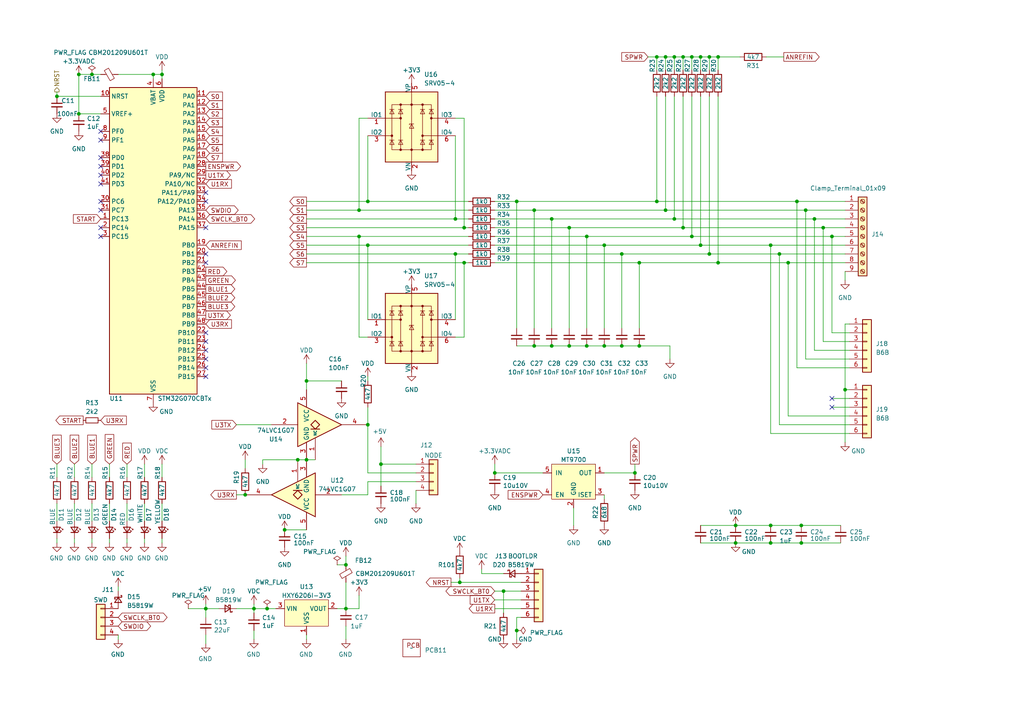
<source format=kicad_sch>
(kicad_sch (version 20231120) (generator "eeschema") (generator_version "8.0")
  (paper "A4")
  (title_block (title "TEMP8_STM32") (date "2023-09-26") (rev "0.91") (company "Public Domain") (comment 1 "Layout:TJP") (comment 2 "Drawing: TJP") (comment 3 "Design:TJP"))
  (junction (at 71.12 143.51))
  (junction (at 175.26 100.33))
  (junction (at 226.06 73.66))
  (junction (at 22.86 21.59))
  (junction (at 134.62 66.04))
  (junction (at 106.68 71.12))
  (junction (at 200.66 68.58))
  (junction (at 232.41 157.48))
  (junction (at 241.3 68.58))
  (junction (at 205.74 16.51))
  (junction (at 149.86 58.42))
  (junction (at 110.49 134.62))
  (junction (at 77.47 176.53))
  (junction (at 100.33 163.83))
  (junction (at 208.28 16.51))
  (junction (at 146.05 171.45))
  (junction (at 132.08 63.5))
  (junction (at 82.55 153.67))
  (junction (at 195.58 16.51))
  (junction (at 133.35 168.91))
  (junction (at 200.66 16.51))
  (junction (at 203.2 71.12))
  (junction (at 175.26 71.12))
  (junction (at 16.51 27.94))
  (junction (at 185.42 76.2))
  (junction (at 165.1 100.33))
  (junction (at 106.68 58.42))
  (junction (at 223.52 157.48))
  (junction (at 170.18 68.58))
  (junction (at 198.12 16.51))
  (junction (at 232.41 152.4))
  (junction (at 190.5 16.51))
  (junction (at 213.36 152.4))
  (junction (at 223.52 71.12))
  (junction (at 190.5 58.42))
  (junction (at 233.68 60.96))
  (junction (at 100.33 176.53))
  (junction (at 195.58 63.5))
  (junction (at 160.02 63.5))
  (junction (at 104.14 68.58))
  (junction (at 165.1 66.04))
  (junction (at 44.45 21.59))
  (junction (at 106.68 123.19))
  (junction (at 193.04 60.96))
  (junction (at 143.51 137.16))
  (junction (at 184.15 137.16))
  (junction (at 134.62 76.2))
  (junction (at 236.22 63.5))
  (junction (at 73.66 176.53))
  (junction (at 238.76 66.04))
  (junction (at 193.04 16.51))
  (junction (at 160.02 100.33))
  (junction (at 203.2 16.51))
  (junction (at 154.94 100.33))
  (junction (at 88.9 133.35))
  (junction (at 46.99 21.59))
  (junction (at 245.11 113.03))
  (junction (at 185.42 100.33))
  (junction (at 149.86 182.88))
  (junction (at 228.6 76.2))
  (junction (at 104.14 60.96))
  (junction (at 26.67 21.59))
  (junction (at 180.34 100.33))
  (junction (at 208.28 76.2))
  (junction (at 154.94 60.96))
  (junction (at 22.86 33.02))
  (junction (at 205.74 73.66))
  (junction (at 86.36 133.35))
  (junction (at 180.34 73.66))
  (junction (at 132.08 73.66))
  (junction (at 59.69 176.53))
  (junction (at 231.14 58.42))
  (junction (at 198.12 66.04))
  (junction (at 170.18 100.33))
  (junction (at 213.36 157.48))
  (junction (at 88.9 110.49))
  (junction (at 223.52 152.4))
  (no_connect (at 59.69 76.2))
  (no_connect (at 59.69 55.88))
  (no_connect (at 241.3 118.11))
  (no_connect (at 29.21 45.72))
  (no_connect (at 29.21 40.64))
  (no_connect (at 241.3 115.57))
  (no_connect (at 29.21 58.42))
  (no_connect (at 29.21 53.34))
  (no_connect (at 59.69 104.14))
  (no_connect (at 29.21 66.04))
  (no_connect (at 29.21 48.26))
  (no_connect (at 29.21 60.96))
  (no_connect (at 29.21 50.8))
  (no_connect (at 29.21 38.1))
  (no_connect (at 59.69 106.68))
  (no_connect (at 59.69 96.52))
  (no_connect (at 59.69 99.06))
  (no_connect (at 29.21 68.58))
  (no_connect (at 59.69 66.04))
  (no_connect (at 59.69 73.66))
  (no_connect (at 59.69 58.42))
  (no_connect (at 59.69 109.22))
  (no_connect (at 59.69 101.6))
  (wire (pts (xy 193.04 60.96) (xy 233.68 60.96)))
  (wire (pts (xy 200.66 16.51) (xy 200.66 20.32)))
  (wire (pts (xy 97.79 176.53) (xy 100.33 176.53)))
  (wire (pts (xy 143.51 176.53) (xy 151.13 176.53)))
  (wire (pts (xy 134.62 34.29) (xy 134.62 66.04)))
  (wire (pts (xy 88.9 60.96) (xy 104.14 60.96)))
  (wire (pts (xy 205.74 16.51) (xy 208.28 16.51)))
  (wire (pts (xy 223.52 152.4) (xy 232.41 152.4)))
  (wire (pts (xy 246.38 93.98) (xy 245.11 93.98)))
  (wire (pts (xy 205.74 27.94) (xy 205.74 73.66)))
  (wire (pts (xy 205.74 73.66) (xy 226.06 73.66)))
  (wire (pts (xy 203.2 16.51) (xy 203.2 20.32)))
  (wire (pts (xy 16.51 134.62) (xy 16.51 138.43)))
  (wire (pts (xy 22.86 33.02) (xy 22.86 21.59)))
  (wire (pts (xy 88.9 184.15) (xy 88.9 185.42)))
  (wire (pts (xy 143.51 134.62) (xy 143.51 137.16)))
  (wire (pts (xy 134.62 66.04) (xy 135.89 66.04)))
  (wire (pts (xy 68.58 123.19) (xy 78.74 123.19)))
  (wire (pts (xy 88.9 58.42) (xy 106.68 58.42)))
  (wire (pts (xy 214.63 16.51) (xy 208.28 16.51)))
  (wire (pts (xy 193.04 16.51) (xy 195.58 16.51)))
  (wire (pts (xy 59.69 176.53) (xy 63.5 176.53)))
  (wire (pts (xy 236.22 101.6) (xy 246.38 101.6)))
  (wire (pts (xy 146.05 171.45) (xy 146.05 177.8)))
  (wire (pts (xy 195.58 16.51) (xy 198.12 16.51)))
  (wire (pts (xy 104.14 97.79) (xy 104.14 68.58)))
  (wire (pts (xy 223.52 125.73) (xy 223.52 71.12)))
  (wire (pts (xy 110.49 140.97) (xy 110.49 134.62)))
  (wire (pts (xy 180.34 100.33) (xy 185.42 100.33)))
  (wire (pts (xy 236.22 63.5) (xy 245.11 63.5)))
  (wire (pts (xy 100.33 161.29) (xy 100.33 163.83)))
  (wire (pts (xy 154.94 60.96) (xy 193.04 60.96)))
  (wire (pts (xy 120.65 142.24) (xy 120.65 146.05)))
  (wire (pts (xy 175.26 137.16) (xy 184.15 137.16)))
  (wire (pts (xy 165.1 100.33) (xy 170.18 100.33)))
  (wire (pts (xy 106.68 109.22) (xy 106.68 110.49)))
  (wire (pts (xy 106.68 97.79) (xy 104.14 97.79)))
  (wire (pts (xy 160.02 63.5) (xy 160.02 95.25)))
  (wire (pts (xy 238.76 66.04) (xy 238.76 99.06)))
  (wire (pts (xy 238.76 66.04) (xy 245.11 66.04)))
  (wire (pts (xy 203.2 27.94) (xy 203.2 71.12)))
  (wire (pts (xy 132.08 97.79) (xy 134.62 97.79)))
  (wire (pts (xy 34.29 171.45) (xy 34.29 170.18)))
  (wire (pts (xy 88.9 66.04) (xy 134.62 66.04)))
  (wire (pts (xy 130.81 168.91) (xy 133.35 168.91)))
  (wire (pts (xy 143.51 58.42) (xy 149.86 58.42)))
  (wire (pts (xy 97.79 163.83) (xy 100.33 163.83)))
  (wire (pts (xy 46.99 157.48) (xy 46.99 156.21)))
  (wire (pts (xy 104.14 34.29) (xy 104.14 60.96)))
  (wire (pts (xy 203.2 152.4) (xy 213.36 152.4)))
  (wire (pts (xy 46.99 21.59) (xy 46.99 22.86)))
  (wire (pts (xy 190.5 27.94) (xy 190.5 58.42)))
  (wire (pts (xy 21.59 146.05) (xy 21.59 151.13)))
  (wire (pts (xy 44.45 21.59) (xy 44.45 22.86)))
  (wire (pts (xy 198.12 16.51) (xy 198.12 20.32)))
  (wire (pts (xy 110.49 129.54) (xy 110.49 134.62)))
  (wire (pts (xy 86.36 133.35) (xy 76.2 133.35)))
  (wire (pts (xy 106.68 39.37) (xy 106.68 58.42)))
  (wire (pts (xy 165.1 66.04) (xy 165.1 95.25)))
  (wire (pts (xy 170.18 68.58) (xy 170.18 95.25)))
  (wire (pts (xy 104.14 68.58) (xy 135.89 68.58)))
  (wire (pts (xy 143.51 73.66) (xy 180.34 73.66)))
  (wire (pts (xy 143.51 76.2) (xy 185.42 76.2)))
  (wire (pts (xy 143.51 63.5) (xy 160.02 63.5)))
  (wire (pts (xy 59.69 176.53) (xy 59.69 175.26)))
  (wire (pts (xy 59.69 176.53) (xy 59.69 179.07)))
  (wire (pts (xy 68.58 143.51) (xy 71.12 143.51)))
  (wire (pts (xy 200.66 16.51) (xy 203.2 16.51)))
  (wire (pts (xy 100.33 168.91) (xy 100.33 176.53)))
  (wire (pts (xy 231.14 106.68) (xy 231.14 58.42)))
  (wire (pts (xy 36.83 146.05) (xy 36.83 151.13)))
  (wire (pts (xy 149.86 100.33) (xy 154.94 100.33)))
  (wire (pts (xy 241.3 115.57) (xy 246.38 115.57)))
  (wire (pts (xy 175.26 143.51) (xy 175.26 144.78)))
  (wire (pts (xy 104.14 60.96) (xy 135.89 60.96)))
  (wire (pts (xy 41.91 134.62) (xy 41.91 138.43)))
  (wire (pts (xy 73.66 182.88) (xy 73.66 185.42)))
  (wire (pts (xy 88.9 68.58) (xy 104.14 68.58)))
  (wire (pts (xy 100.33 181.61) (xy 100.33 185.42)))
  (wire (pts (xy 231.14 58.42) (xy 245.11 58.42)))
  (wire (pts (xy 46.99 134.62) (xy 46.99 138.43)))
  (wire (pts (xy 34.29 184.15) (xy 34.29 185.42)))
  (wire (pts (xy 34.29 21.59) (xy 44.45 21.59)))
  (wire (pts (xy 223.52 71.12) (xy 245.11 71.12)))
  (wire (pts (xy 106.68 71.12) (xy 135.89 71.12)))
  (wire (pts (xy 31.75 134.62) (xy 31.75 138.43)))
  (wire (pts (xy 166.37 147.32) (xy 166.37 152.4)))
  (wire (pts (xy 175.26 100.33) (xy 180.34 100.33)))
  (wire (pts (xy 228.6 120.65) (xy 246.38 120.65)))
  (wire (pts (xy 26.67 157.48) (xy 26.67 156.21)))
  (wire (pts (xy 149.86 182.88) (xy 149.86 185.42)))
  (wire (pts (xy 46.99 20.32) (xy 46.99 21.59)))
  (wire (pts (xy 132.08 73.66) (xy 132.08 92.71)))
  (wire (pts (xy 132.08 73.66) (xy 135.89 73.66)))
  (wire (pts (xy 226.06 123.19) (xy 226.06 73.66)))
  (wire (pts (xy 195.58 63.5) (xy 236.22 63.5)))
  (wire (pts (xy 170.18 100.33) (xy 175.26 100.33)))
  (wire (pts (xy 149.86 179.07) (xy 151.13 179.07)))
  (wire (pts (xy 241.3 68.58) (xy 241.3 96.52)))
  (wire (pts (xy 236.22 101.6) (xy 236.22 63.5)))
  (wire (pts (xy 16.51 26.67) (xy 16.51 27.94)))
  (wire (pts (xy 185.42 76.2) (xy 208.28 76.2)))
  (wire (pts (xy 36.83 134.62) (xy 36.83 138.43)))
  (wire (pts (xy 185.42 100.33) (xy 194.31 100.33)))
  (wire (pts (xy 233.68 60.96) (xy 245.11 60.96)))
  (wire (pts (xy 198.12 16.51) (xy 200.66 16.51)))
  (wire (pts (xy 106.68 123.19) (xy 106.68 137.16)))
  (wire (pts (xy 106.68 118.11) (xy 106.68 123.19)))
  (wire (pts (xy 194.31 100.33) (xy 194.31 104.14)))
  (wire (pts (xy 139.7 166.37) (xy 146.05 166.37)))
  (wire (pts (xy 104.14 176.53) (xy 104.14 172.72)))
  (wire (pts (xy 100.33 176.53) (xy 104.14 176.53)))
  (wire (pts (xy 46.99 146.05) (xy 46.99 151.13)))
  (wire (pts (xy 205.74 16.51) (xy 205.74 20.32)))
  (wire (pts (xy 146.05 171.45) (xy 151.13 171.45)))
  (wire (pts (xy 208.28 16.51) (xy 208.28 20.32)))
  (wire (pts (xy 110.49 134.62) (xy 120.65 134.62)))
  (wire (pts (xy 227.33 16.51) (xy 222.25 16.51)))
  (wire (pts (xy 22.86 21.59) (xy 26.67 21.59)))
  (wire (pts (xy 175.26 71.12) (xy 175.26 95.25)))
  (wire (pts (xy 143.51 173.99) (xy 151.13 173.99)))
  (wire (pts (xy 26.67 146.05) (xy 26.67 151.13)))
  (wire (pts (xy 200.66 27.94) (xy 200.66 68.58)))
  (wire (pts (xy 139.7 166.37) (xy 139.7 165.1)))
  (wire (pts (xy 31.75 146.05) (xy 31.75 151.13)))
  (wire (pts (xy 232.41 157.48) (xy 243.84 157.48)))
  (wire (pts (xy 223.52 157.48) (xy 232.41 157.48)))
  (wire (pts (xy 106.68 139.7) (xy 120.65 139.7)))
  (wire (pts (xy 154.94 100.33) (xy 160.02 100.33)))
  (wire (pts (xy 241.3 118.11) (xy 246.38 118.11)))
  (wire (pts (xy 223.52 125.73) (xy 246.38 125.73)))
  (wire (pts (xy 200.66 68.58) (xy 241.3 68.58)))
  (wire (pts (xy 41.91 157.48) (xy 41.91 156.21)))
  (wire (pts (xy 106.68 137.16) (xy 120.65 137.16)))
  (wire (pts (xy 76.2 133.35) (xy 76.2 134.62)))
  (wire (pts (xy 226.06 73.66) (xy 245.11 73.66)))
  (wire (pts (xy 241.3 96.52) (xy 246.38 96.52)))
  (wire (pts (xy 226.06 123.19) (xy 246.38 123.19)))
  (wire (pts (xy 184.15 134.62) (xy 184.15 137.16)))
  (wire (pts (xy 36.83 157.48) (xy 36.83 156.21)))
  (wire (pts (xy 106.68 34.29) (xy 104.14 34.29)))
  (wire (pts (xy 154.94 60.96) (xy 154.94 95.25)))
  (wire (pts (xy 29.21 33.02) (xy 22.86 33.02)))
  (wire (pts (xy 149.86 179.07) (xy 149.86 182.88)))
  (wire (pts (xy 228.6 120.65) (xy 228.6 76.2)))
  (wire (pts (xy 245.11 78.74) (xy 245.11 81.28)))
  (wire (pts (xy 44.45 21.59) (xy 46.99 21.59)))
  (wire (pts (xy 134.62 97.79) (xy 134.62 76.2)))
  (wire (pts (xy 132.08 63.5) (xy 135.89 63.5)))
  (wire (pts (xy 106.68 143.51) (xy 106.68 139.7)))
  (wire (pts (xy 106.68 58.42) (xy 135.89 58.42)))
  (wire (pts (xy 195.58 27.94) (xy 195.58 63.5)))
  (wire (pts (xy 198.12 66.04) (xy 238.76 66.04)))
  (wire (pts (xy 143.51 68.58) (xy 170.18 68.58)))
  (wire (pts (xy 132.08 39.37) (xy 132.08 63.5)))
  (wire (pts (xy 31.75 157.48) (xy 31.75 156.21)))
  (wire (pts (xy 143.51 66.04) (xy 165.1 66.04)))
  (wire (pts (xy 88.9 63.5) (xy 132.08 63.5)))
  (wire (pts (xy 99.06 110.49) (xy 88.9 110.49)))
  (wire (pts (xy 238.76 99.06) (xy 246.38 99.06)))
  (wire (pts (xy 16.51 157.48) (xy 16.51 156.21)))
  (wire (pts (xy 233.68 104.14) (xy 246.38 104.14)))
  (wire (pts (xy 133.35 168.91) (xy 151.13 168.91)))
  (wire (pts (xy 203.2 157.48) (xy 213.36 157.48)))
  (wire (pts (xy 233.68 60.96) (xy 233.68 104.14)))
  (wire (pts (xy 245.11 113.03) (xy 245.11 128.27)))
  (wire (pts (xy 143.51 171.45) (xy 146.05 171.45)))
  (wire (pts (xy 73.66 177.8) (xy 73.66 176.53)))
  (wire (pts (xy 26.67 21.59) (xy 29.21 21.59)))
  (wire (pts (xy 82.55 153.67) (xy 88.9 153.67)))
  (wire (pts (xy 203.2 16.51) (xy 205.74 16.51)))
  (wire (pts (xy 134.62 76.2) (xy 135.89 76.2)))
  (wire (pts (xy 99.06 143.51) (xy 106.68 143.51)))
  (wire (pts (xy 91.44 133.35) (xy 88.9 133.35)))
  (wire (pts (xy 149.86 58.42) (xy 190.5 58.42)))
  (wire (pts (xy 26.67 134.62) (xy 26.67 138.43)))
  (wire (pts (xy 21.59 134.62) (xy 21.59 138.43)))
  (wire (pts (xy 88.9 110.49) (xy 88.9 113.03)))
  (wire (pts (xy 77.47 176.53) (xy 80.01 176.53)))
  (wire (pts (xy 149.86 58.42) (xy 149.86 95.25)))
  (wire (pts (xy 175.26 71.12) (xy 203.2 71.12)))
  (wire (pts (xy 133.35 167.64) (xy 133.35 168.91)))
  (wire (pts (xy 213.36 152.4) (xy 223.52 152.4)))
  (wire (pts (xy 180.34 95.25) (xy 180.34 73.66)))
  (wire (pts (xy 213.36 157.48) (xy 223.52 157.48)))
  (wire (pts (xy 190.5 16.51) (xy 193.04 16.51)))
  (wire (pts (xy 208.28 27.94) (xy 208.28 76.2)))
  (wire (pts (xy 231.14 106.68) (xy 246.38 106.68)))
  (wire (pts (xy 193.04 16.51) (xy 193.04 20.32)))
  (wire (pts (xy 241.3 68.58) (xy 245.11 68.58)))
  (wire (pts (xy 71.12 133.35) (xy 71.12 135.89)))
  (wire (pts (xy 88.9 73.66) (xy 132.08 73.66)))
  (wire (pts (xy 73.66 175.26) (xy 73.66 176.53)))
  (wire (pts (xy 228.6 76.2) (xy 245.11 76.2)))
  (wire (pts (xy 88.9 76.2) (xy 134.62 76.2)))
  (wire (pts (xy 16.51 27.94) (xy 29.21 27.94)))
  (wire (pts (xy 59.69 184.15) (xy 59.69 186.69)))
  (wire (pts (xy 187.96 16.51) (xy 190.5 16.51)))
  (wire (pts (xy 245.11 93.98) (xy 245.11 113.03)))
  (wire (pts (xy 190.5 58.42) (xy 231.14 58.42)))
  (wire (pts (xy 68.58 176.53) (xy 73.66 176.53)))
  (wire (pts (xy 245.11 113.03) (xy 246.38 113.03)))
  (wire (pts (xy 106.68 71.12) (xy 106.68 92.71)))
  (wire (pts (xy 143.51 71.12) (xy 175.26 71.12)))
  (wire (pts (xy 232.41 152.4) (xy 243.84 152.4)))
  (wire (pts (xy 190.5 20.32) (xy 190.5 16.51)))
  (wire (pts (xy 193.04 27.94) (xy 193.04 60.96)))
  (wire (pts (xy 132.08 34.29) (xy 134.62 34.29)))
  (wire (pts (xy 160.02 100.33) (xy 165.1 100.33)))
  (wire (pts (xy 16.51 146.05) (xy 16.51 151.13)))
  (wire (pts (xy 143.51 137.16) (xy 157.48 137.16)))
  (wire (pts (xy 165.1 66.04) (xy 198.12 66.04)))
  (wire (pts (xy 41.91 146.05) (xy 41.91 151.13)))
  (wire (pts (xy 185.42 76.2) (xy 185.42 95.25)))
  (wire (pts (xy 170.18 68.58) (xy 200.66 68.58)))
  (wire (pts (xy 88.9 71.12) (xy 106.68 71.12)))
  (wire (pts (xy 143.51 60.96) (xy 154.94 60.96)))
  (wire (pts (xy 198.12 27.94) (xy 198.12 66.04)))
  (wire (pts (xy 21.59 157.48) (xy 21.59 156.21)))
  (wire (pts (xy 88.9 133.35) (xy 86.36 133.35)))
  (wire (pts (xy 203.2 71.12) (xy 223.52 71.12)))
  (wire (pts (xy 88.9 105.41) (xy 88.9 110.49)))
  (wire (pts (xy 180.34 73.66) (xy 205.74 73.66)))
  (wire (pts (xy 208.28 76.2) (xy 228.6 76.2)))
  (wire (pts (xy 73.66 176.53) (xy 77.47 176.53)))
  (wire (pts (xy 195.58 16.51) (xy 195.58 20.32)))
  (wire (pts (xy 160.02 63.5) (xy 195.58 63.5)))
  (wire (pts (xy 54.61 176.53) (xy 59.69 176.53)))
  (global_label "START" (shape input) (at 29.21 63.5 180) (property "Intersheetrefs" "${INTERSHEET_REFS}" (effects (hide yes))))
  (global_label "U1TX" (shape output) (at 59.69 50.8 0) (property "Intersheetrefs" "${INTERSHEET_REFS}" (effects (hide yes))))
  (global_label "S5" (shape output) (at 88.9 71.12 180) (property "Intersheetrefs" "${INTERSHEET_REFS}" (effects (hide yes))))
  (global_label "GREEN" (shape input) (at 31.75 134.62 90) (property "Intersheetrefs" "${INTERSHEET_REFS}" (effects (hide yes))))
  (global_label "S3" (shape output) (at 88.9 66.04 180) (property "Intersheetrefs" "${INTERSHEET_REFS}" (effects (hide yes))))
  (global_label "S4" (shape output) (at 88.9 68.58 180) (property "Intersheetrefs" "${INTERSHEET_REFS}" (effects (hide yes))))
  (global_label "U1RX" (shape input) (at 59.69 53.34 0) (property "Intersheetrefs" "${INTERSHEET_REFS}" (effects (hide yes))))
  (global_label "S3" (shape input) (at 59.69 35.56 0) (property "Intersheetrefs" "${INTERSHEET_REFS}" (effects (hide yes))))
  (global_label "S0" (shape output) (at 88.9 58.42 180) (property "Intersheetrefs" "${INTERSHEET_REFS}" (effects (hide yes))))
  (global_label "SWDIO" (shape bidirectional) (at 59.69 60.96 0) (property "Intersheetrefs" "${INTERSHEET_REFS}" (effects (hide yes))))
  (global_label "S2" (shape output) (at 88.9 63.5 180) (property "Intersheetrefs" "${INTERSHEET_REFS}" (effects (hide yes))))
  (global_label "BLUE2" (shape input) (at 21.59 134.62 90) (property "Intersheetrefs" "${INTERSHEET_REFS}" (effects (hide yes))))
  (global_label "SWCLK_BT0" (shape bidirectional) (at 34.29 179.07 0) (property "Intersheetrefs" "${INTERSHEET_REFS}" (effects (hide yes))))
  (global_label "ENSPWR" (shape input) (at 157.48 143.51 180) (property "Intersheetrefs" "${INTERSHEET_REFS}" (effects (hide yes))))
  (global_label "SPWR" (shape output) (at 184.15 134.62 90) (property "Intersheetrefs" "${INTERSHEET_REFS}" (effects (hide yes))))
  (global_label "S5" (shape input) (at 59.69 40.64 0) (property "Intersheetrefs" "${INTERSHEET_REFS}" (effects (hide yes))))
  (global_label "ANREFIN" (shape output) (at 227.33 16.51 0) (property "Intersheetrefs" "${INTERSHEET_REFS}" (effects (hide yes))))
  (global_label "SWCLK_BT0" (shape bidirectional) (at 59.69 63.5 0) (property "Intersheetrefs" "${INTERSHEET_REFS}" (effects (hide yes))))
  (global_label "RED" (shape output) (at 59.69 78.74 0) (property "Intersheetrefs" "${INTERSHEET_REFS}" (effects (hide yes))))
  (global_label "S2" (shape input) (at 59.69 33.02 0) (property "Intersheetrefs" "${INTERSHEET_REFS}" (effects (hide yes))))
  (global_label "SWDIO" (shape bidirectional) (at 34.29 181.61 0) (property "Intersheetrefs" "${INTERSHEET_REFS}" (effects (hide yes))))
  (global_label "U3RX" (shape input) (at 59.69 93.98 0) (property "Intersheetrefs" "${INTERSHEET_REFS}" (effects (hide yes))))
  (global_label "S1" (shape output) (at 88.9 60.96 180) (property "Intersheetrefs" "${INTERSHEET_REFS}" (effects (hide yes))))
  (global_label "SPWR" (shape input) (at 187.96 16.51 180) (property "Intersheetrefs" "${INTERSHEET_REFS}" (effects (hide yes))))
  (global_label "BLUE1" (shape output) (at 59.69 83.82 0) (property "Intersheetrefs" "${INTERSHEET_REFS}" (effects (hide yes))))
  (global_label "U3TX" (shape output) (at 59.69 91.44 0) (property "Intersheetrefs" "${INTERSHEET_REFS}" (effects (hide yes))))
  (global_label "S0" (shape input) (at 59.69 27.94 0) (property "Intersheetrefs" "${INTERSHEET_REFS}" (effects (hide yes))))
  (global_label "U1TX" (shape input) (at 143.51 173.99 180) (property "Intersheetrefs" "${INTERSHEET_REFS}" (effects (hide yes))))
  (global_label "S6" (shape output) (at 88.9 73.66 180) (property "Intersheetrefs" "${INTERSHEET_REFS}" (effects (hide yes))))
  (global_label "ANREFIN" (shape input) (at 59.69 71.12 0) (property "Intersheetrefs" "${INTERSHEET_REFS}" (effects (hide yes))))
  (global_label "BLUE2" (shape output) (at 59.69 86.36 0) (property "Intersheetrefs" "${INTERSHEET_REFS}" (effects (hide yes))))
  (global_label "ENSPWR" (shape output) (at 59.69 48.26 0) (property "Intersheetrefs" "${INTERSHEET_REFS}" (effects (hide yes))))
  (global_label "U1RX" (shape output) (at 143.51 176.53 180) (property "Intersheetrefs" "${INTERSHEET_REFS}" (effects (hide yes))))
  (global_label "S7" (shape input) (at 59.69 45.72 0) (property "Intersheetrefs" "${INTERSHEET_REFS}" (effects (hide yes))))
  (global_label "NRST" (shape output) (at 130.81 168.91 180) (property "Intersheetrefs" "${INTERSHEET_REFS}" (effects (hide yes))))
  (global_label "BLUE3" (shape input) (at 16.51 134.62 90) (property "Intersheetrefs" "${INTERSHEET_REFS}" (effects (hide yes))))
  (global_label "U3RX" (shape output) (at 68.58 143.51 180) (property "Intersheetrefs" "${INTERSHEET_REFS}" (effects (hide yes))))
  (global_label "START" (shape output) (at 24.13 121.92 180) (property "Intersheetrefs" "${INTERSHEET_REFS}" (effects (hide yes))))
  (global_label "BLUE3" (shape output) (at 59.69 88.9 0) (property "Intersheetrefs" "${INTERSHEET_REFS}" (effects (hide yes))))
  (global_label "SWCLK_BT0" (shape bidirectional) (at 143.51 171.45 180) (property "Intersheetrefs" "${INTERSHEET_REFS}" (effects (hide yes))))
  (global_label "S7" (shape output) (at 88.9 76.2 180) (property "Intersheetrefs" "${INTERSHEET_REFS}" (effects (hide yes))))
  (global_label "S6" (shape input) (at 59.69 43.18 0) (property "Intersheetrefs" "${INTERSHEET_REFS}" (effects (hide yes))))
  (global_label "BLUE1" (shape input) (at 26.67 134.62 90) (property "Intersheetrefs" "${INTERSHEET_REFS}" (effects (hide yes))))
  (global_label "U3RX" (shape input) (at 29.21 121.92 0) (property "Intersheetrefs" "${INTERSHEET_REFS}" (effects (hide yes))))
  (global_label "S4" (shape input) (at 59.69 38.1 0) (property "Intersheetrefs" "${INTERSHEET_REFS}" (effects (hide yes))))
  (global_label "U3TX" (shape input) (at 68.58 123.19 180) (property "Intersheetrefs" "${INTERSHEET_REFS}" (effects (hide yes))))
  (global_label "GREEN" (shape output) (at 59.69 81.28 0) (property "Intersheetrefs" "${INTERSHEET_REFS}" (effects (hide yes))))
  (global_label "RED" (shape input) (at 36.83 134.62 90) (property "Intersheetrefs" "${INTERSHEET_REFS}" (effects (hide yes))))
  (global_label "S1" (shape input) (at 59.69 30.48 0) (property "Intersheetrefs" "${INTERSHEET_REFS}" (effects (hide yes))))
  (hierarchical_label "NRST" (shape output) (at 16.51 26.67 90))
  (symbol (lib_id "power:GND") (at 194.31 104.14 0) (unit 1)
    (property "Reference" "#PWR051" (effects (hide yes)))
    (property "Value" "GND" (at 194.31 109.22 0))
  )
  (symbol (lib_id "Device:R") (at 205.74 24.13 0) (mirror y) (unit 1)
    (property "Reference" "R29" (at 204.47 19.05 90))
    (property "Value" "2k2" (at 205.74 24.13 90))
    (property "Footprint" "Resistor_SMD:R_0402_1005Metric" (effects (hide yes)))
    (property "LCSC" "C517529" (effects (hide yes)))
    (property "JLCPCB" "C517529" (effects (hide yes)))
  )
  (symbol (lib_id "power:PWR_FLAG") (at 149.86 182.88 270) (unit 1)
    (property "Reference" "#FLG015" (effects (hide yes)))
    (property "Value" "PWR_FLAG" (at 153.67 183.515 90) (effects (justify left)))
  )
  (symbol (lib_id "power:VDD") (at 100.33 161.29 0) (unit 1)
    (property "Reference" "#PWR038" (effects (hide yes)))
    (property "Value" "VDD" (at 100.33 157.48 0))
  )
  (symbol (lib_id "Device:R") (at 139.7 60.96 270) (mirror x) (unit 1)
    (property "Reference" "R33" (at 146.05 59.69 90))
    (property "Value" "1k0" (at 139.7 60.96 90))
    (property "Footprint" "Resistor_SMD:R_0402_1005Metric" (effects (hide yes)))
    (property "LCSC" "C11702" (effects (hide yes)))
    (property "JLCPCB" "C11702" (effects (hide yes)))
  )
  (symbol (lib_id "power:GND") (at 149.86 185.42 0) (unit 1)
    (property "Reference" "#PWR049" (effects (hide yes)))
    (property "Value" "GND" (at 152.4 185.42 0))
  )
  (symbol (lib_id "Device:R") (at 146.05 181.61 0) (mirror y) (unit 1)
    (property "Reference" "R21" (at 142.24 181.61 0))
    (property "Value" "4k7" (at 146.05 181.61 90))
    (property "Footprint" "Resistor_SMD:R_0402_1005Metric" (effects (hide yes)))
    (property "LCSC" "C25900" (effects (hide yes)))
    (property "JLCPCB" "C25900" (effects (hide yes)))
  )
  (symbol (lib_id "MCU_ST_STM32G0:STM32G070CBTx") (at 44.45 71.12 0) (unit 1)
    (property "Reference" "U11" (at 31.75 115.57 0) (effects (justify left)))
    (property "Value" "STM32G070CBTx" (at 45.72 115.57 0) (effects (justify left)))
    (property "Footprint" "Package_QFP:LQFP-48_7x7mm_P0.5mm" (effects (hide yes)))
    (property "Datasheet" "https://www.st.com/resource/en/datasheet/stm32g070cb.pdf" (effects (hide yes)))
    (property "LCSC" "C529338" (effects (hide yes)))
    (property "JLCPCB" "C529338" (effects (hide yes)))
  )
  (symbol (lib_id "power:VDD") (at 213.36 152.4 0) (unit 1)
    (property "Reference" "#PWR057" (effects (hide yes)))
    (property "Value" "VDD" (at 213.36 148.59 0))
  )
  (symbol (lib_id "power:PWR_FLAG") (at 54.61 176.53 0) (unit 1)
    (property "Reference" "#FLG012" (effects (hide yes)))
    (property "Value" "PWR_FLAG" (at 54.61 172.72 0))
  )
  (symbol (lib_id "Device:R") (at 41.91 142.24 0) (mirror y) (unit 1)
    (property "Reference" "R17" (at 40.64 137.16 90))
    (property "Value" "4k7" (at 41.91 142.24 90))
    (property "Footprint" "Resistor_SMD:R_0402_1005Metric" (effects (hide yes)))
    (property "LCSC" "C25900" (effects (hide yes)))
    (property "JLCPCB" "C25900" (effects (hide yes)))
  )
  (symbol (lib_id "power:GND") (at 41.91 157.48 0) (mirror y) (unit 1)
    (property "Reference" "#PWR022" (effects (hide yes)))
    (property "Value" "GND" (at 41.783 161.8742 0))
  )
  (symbol (lib_id "tjp_lib:HXY6206I") (at 88.9 176.53 0) (unit 1)
    (property "Reference" "U13" (at 88.9 170.18 0))
    (property "Value" "HXY6206I-3V3" (at 88.9 172.72 0))
    (property "Footprint" "Package_TO_SOT_SMD:SOT-23" (effects (hide yes)))
    (property "LCSC" "C5148688" (effects (hide yes)))
    (property "JLCPCB" "C5148688" (effects (hide yes)))
  )
  (symbol (lib_id "power:VDD") (at 71.12 133.35 0) (unit 1)
    (property "Reference" "#PWR029" (effects (hide yes)))
    (property "Value" "VDD" (at 71.12 129.54 0))
  )
  (symbol (lib_id "dryer_node-rescue:Ferrite_Bead_Small-Device") (at 31.75 21.59 90) (mirror x) (unit 1)
    (property "Reference" "FB11" (at 26.67 22.86 90))
    (property "Value" "CBM201209U601T" (at 34.29 15.24 90))
    (property "Footprint" "Inductor_SMD:L_0805_2012Metric_Pad1.15x1.40mm_HandSolder" (effects (hide yes)))
    (property "LCSC" "C139168" (effects (hide yes)))
    (property "JLCPCB" "C139168" (effects (hide yes)))
  )
  (symbol (lib_id "Connector_Generic:Conn_01x04") (at 125.73 137.16 0) (unit 1)
    (property "Reference" "J12" (at 123.6472 129.1082 0))
    (property "Value" "NODE" (at 125.73 132.08 0))
    (property "Footprint" "Connector_JST:JST_XH_B4B-XH-A_1x04_P2.50mm_Vertical" (effects (hide yes)))
    (property "LCSC" "C144395" (effects (hide yes)))
    (property "JLCPCB" "C144395" (effects (hide yes)))
  )
  (symbol (lib_id "Device:R") (at 198.12 24.13 0) (mirror y) (unit 1)
    (property "Reference" "R26" (at 196.85 19.05 90))
    (property "Value" "2k2" (at 198.12 24.13 90))
    (property "Footprint" "Resistor_SMD:R_0402_1005Metric" (effects (hide yes)))
    (property "LCSC" "C517529" (effects (hide yes)))
    (property "JLCPCB" "C517529" (effects (hide yes)))
  )
  (symbol (lib_id "Device:LED_Small") (at 31.75 153.67 270) (mirror x) (unit 1)
    (property "Reference" "D14" (at 33.02 147.32 0) (effects (justify right)))
    (property "Value" "GREEN" (at 30.48 146.05 0) (effects (justify right)))
    (property "Footprint" "LED_SMD:LED_0603_1608Metric" (effects (hide yes)))
    (property "Sourcing link" "https://lomex.hu/hu/webshop/#/search,95-03-86/stype,1" (effects (hide yes)))
    (property "LCSC" "C72043" (effects (hide yes)))
    (property "JLCPCB" "C72043" (effects (hide yes)))
  )
  (symbol (lib_id "74xGxx:74LVC1G07") (at 83.82 143.51 180) (unit 1)
    (property "Reference" "U12" (at 97.79 139.3189 0))
    (property "Value" "74LVC1G07" (at 97.79 141.8589 0))
    (property "Footprint" "Package_TO_SOT_SMD:SOT-23-5" (effects (hide yes)))
    (property "Datasheet" "https://www.ti.com/lit/ds/symlink/sn74lvc1g07.pdf" (effects (hide yes)))
    (property "LCSC" "C5124976" (effects (hide yes)))
    (property "JLCPCB" "C5124976" (effects (hide yes)))
  )
  (symbol (lib_id "Device:D_Schottky_Small") (at 34.29 173.99 270) (unit 1)
    (property "Reference" "D15" (at 36.83 173.101 90) (effects (justify left)))
    (property "Value" "B5819W" (at 36.83 175.641 90) (effects (justify left)))
    (property "Footprint" "Diode_SMD:D_SOD-123" (effects (hide yes)))
    (property "LCSC" "C8598" (effects (hide yes)))
    (property "JLCPCB" "C8598" (effects (hide yes)))
  )
  (symbol (lib_id "Device:C_Small") (at 160.02 97.79 0) (unit 1)
    (property "Reference" "C28" (at 158.75 105.41 0) (effects (justify left)))
    (property "Value" "10nF" (at 157.48 107.95 0) (effects (justify left)))
    (property "Footprint" "Capacitor_SMD:C_0402_1005Metric" (effects (hide yes)))
    (property "LCSC" "C15195" (effects (hide yes)))
    (property "JLCPCB" "C15195" (effects (hide yes)))
  )
  (symbol (lib_id "Device:LED_Small") (at 21.59 153.67 270) (mirror x) (unit 1)
    (property "Reference" "D12" (at 22.86 147.32 0) (effects (justify right)))
    (property "Value" "BLUE" (at 20.32 147.32 0) (effects (justify right)))
    (property "Footprint" "LED_SMD:LED_0603_1608Metric" (effects (hide yes)))
    (property "Sourcing link" "https://lomex.hu/hu/webshop/#/search,95-03-86/stype,1" (effects (hide yes)))
    (property "LCSC" "C72041" (effects (hide yes)))
    (property "JLCPCB" "C72041" (effects (hide yes)))
  )
  (symbol (lib_id "power:VDC") (at 73.66 175.26 0) (unit 1)
    (property "Reference" "#PWR030" (effects (hide yes)))
    (property "Value" "VDC" (at 73.66 171.45 0))
  )
  (symbol (lib_id "power:GND") (at 36.83 157.48 0) (mirror y) (unit 1)
    (property "Reference" "#PWR020" (effects (hide yes)))
    (property "Value" "GND" (at 36.703 161.8742 0))
  )
  (symbol (lib_id "power:GND") (at 88.9 185.42 0) (mirror y) (unit 1)
    (property "Reference" "#PWR036" (effects (hide yes)))
    (property "Value" "GND" (at 88.773 189.8142 0))
  )
  (symbol (lib_id "Device:R") (at 133.35 163.83 0) (mirror y) (unit 1)
    (property "Reference" "R101" (at 129.54 163.83 0))
    (property "Value" "4k7" (at 133.35 163.83 90))
    (property "Footprint" "Resistor_SMD:R_0402_1005Metric" (effects (hide yes)))
    (property "LCSC" "C25900" (effects (hide yes)))
    (property "JLCPCB" "C25900" (effects (hide yes)))
  )
  (symbol (lib_id "Device:R") (at 200.66 24.13 0) (mirror y) (unit 1)
    (property "Reference" "R27" (at 199.39 19.05 90))
    (property "Value" "2k2" (at 200.66 24.13 90))
    (property "Footprint" "Resistor_SMD:R_0402_1005Metric" (effects (hide yes)))
    (property "LCSC" "C517529" (effects (hide yes)))
    (property "JLCPCB" "C517529" (effects (hide yes)))
  )
  (symbol (lib_id "power:VDC") (at 133.35 160.02 0) (unit 1)
    (property "Reference" "#PWR0101" (effects (hide yes)))
    (property "Value" "VDC" (at 133.35 156.21 0))
  )
  (symbol (lib_id "power:GND") (at 44.45 116.84 0) (unit 1)
    (property "Reference" "#PWR023" (effects (hide yes)))
    (property "Value" "GND" (at 48.26 119.38 0))
  )
  (symbol (lib_id "Device:C_Small") (at 143.51 139.7 0) (unit 1)
    (property "Reference" "C19" (at 145.8468 138.5316 0) (effects (justify left)))
    (property "Value" "10u10V" (at 145.8468 140.843 0) (effects (justify left)))
    (property "Footprint" "Capacitor_SMD:C_0603_1608Metric" (effects (hide yes)))
    (property "LCSC" "C19702" (effects (hide yes)))
    (property "JLCPCB" "C19702" (effects (hide yes)))
  )
  (symbol (lib_id "power:GND") (at 59.69 186.69 0) (mirror y) (unit 1)
    (property "Reference" "#PWR028" (effects (hide yes)))
    (property "Value" "GND" (at 59.563 191.0842 0))
  )
  (symbol (lib_id "Device:R") (at 203.2 24.13 0) (mirror y) (unit 1)
    (property "Reference" "R28" (at 201.93 19.05 90))
    (property "Value" "2k2" (at 203.2 24.13 90))
    (property "Footprint" "Resistor_SMD:R_0402_1005Metric" (effects (hide yes)))
    (property "LCSC" "C517529" (effects (hide yes)))
    (property "JLCPCB" "C517529" (effects (hide yes)))
  )
  (symbol (lib_id "power:+5V") (at 110.49 129.54 0) (mirror y) (unit 1)
    (property "Reference" "#PWR042" (effects (hide yes)))
    (property "Value" "+5V" (at 110.109 125.1458 0))
  )
  (symbol (lib_id "power:GND") (at 110.49 146.05 0) (unit 1)
    (property "Reference" "#PWR043" (effects (hide yes)))
    (property "Value" "GND" (at 110.49 151.13 0))
  )
  (symbol (lib_id "Device:LED_Small") (at 26.67 153.67 270) (mirror x) (unit 1)
    (property "Reference" "D13" (at 27.94 147.32 0) (effects (justify right)))
    (property "Value" "BLUE" (at 25.4 147.32 0) (effects (justify right)))
    (property "Footprint" "LED_SMD:LED_0603_1608Metric" (effects (hide yes)))
    (property "Sourcing link" "https://lomex.hu/hu/webshop/#/search,95-03-86/stype,1" (effects (hide yes)))
    (property "LCSC" "C72041" (effects (hide yes)))
    (property "JLCPCB" "C72041" (effects (hide yes)))
  )
  (symbol (lib_id "power:GND") (at 82.55 158.75 0) (unit 1)
    (property "Reference" "#PWR034" (effects (hide yes)))
    (property "Value" "GND" (at 82.55 163.83 0))
  )
  (symbol (lib_id "Device:R") (at 46.99 142.24 0) (mirror y) (unit 1)
    (property "Reference" "R18" (at 45.72 137.16 90))
    (property "Value" "4k7" (at 46.99 142.24 90))
    (property "Footprint" "Resistor_SMD:R_0402_1005Metric" (effects (hide yes)))
    (property "LCSC" "C25900" (effects (hide yes)))
    (property "JLCPCB" "C25900" (effects (hide yes)))
  )
  (symbol (lib_id "Device:C_Small") (at 232.41 154.94 0) (unit 1)
    (property "Reference" "C24" (at 234.95 154.3113 0) (effects (justify left)))
    (property "Value" "100nF" (at 234.95 156.21 0) (effects (justify left)))
    (property "Footprint" "Capacitor_SMD:C_0402_1005Metric" (effects (hide yes)))
    (property "LCSC" "C1525" (effects (hide yes)))
    (property "JLCPCB" "C1525" (effects (hide yes)))
  )
  (symbol (lib_id "Device:R") (at 139.7 73.66 270) (mirror x) (unit 1)
    (property "Reference" "R38" (at 146.05 72.39 90))
    (property "Value" "1k0" (at 139.7 73.66 90))
    (property "Footprint" "Resistor_SMD:R_0402_1005Metric" (effects (hide yes)))
    (property "LCSC" "C11702" (effects (hide yes)))
    (property "JLCPCB" "C11702" (effects (hide yes)))
  )
  (symbol (lib_id "Device:C_Small") (at 154.94 97.79 0) (unit 1)
    (property "Reference" "C27" (at 153.67 105.41 0) (effects (justify left)))
    (property "Value" "10nF" (at 152.4 107.95 0) (effects (justify left)))
    (property "Footprint" "Capacitor_SMD:C_0402_1005Metric" (effects (hide yes)))
    (property "LCSC" "C15195" (effects (hide yes)))
    (property "JLCPCB" "C15195" (effects (hide yes)))
  )
  (symbol (lib_id "power:GND") (at 213.36 157.48 0) (unit 1)
    (property "Reference" "#PWR058" (effects (hide yes)))
    (property "Value" "GND" (at 217.17 160.02 0))
  )
  (symbol (lib_id "power:GND") (at 26.67 157.48 0) (mirror y) (unit 1)
    (property "Reference" "#PWR016" (effects (hide yes)))
    (property "Value" "GND" (at 26.543 161.8742 0))
  )
  (symbol (lib_id "Connector_Generic:Conn_01x06") (at 251.46 99.06 0) (unit 1)
    (property "Reference" "J18" (at 254 99.695 0) (effects (justify left)))
    (property "Value" "B6B" (at 254 102.235 0) (effects (justify left)))
    (property "Footprint" "Connector_JST:JST_XH_B6B-XH-A_1x06_P2.50mm_Vertical" (effects (hide yes)))
    (property "LCSC" "C144397" (effects (hide yes)))
    (property "JLCPCB" "C144397" (effects (hide yes)))
  )
  (symbol (lib_id "power:GND") (at 16.51 33.02 0) (unit 1)
    (property "Reference" "#PWR011" (effects (hide yes)))
    (property "Value" "GND" (at 16.51 38.1 0))
  )
  (symbol (lib_id "power:+3.3VADC") (at 143.51 134.62 0) (unit 1)
    (property "Reference" "#PWR046" (effects (hide yes)))
    (property "Value" "+3.3VADC" (at 143.51 130.81 0))
  )
  (symbol (lib_id "Connector:Screw_Terminal_01x09") (at 250.19 68.58 0) (unit 1)
    (property "Reference" "J14" (at 252.73 67.945 0) (effects (justify left)))
    (property "Value" "Clamp_Terminal_01x09" (at 234.95 54.61 0) (effects (justify left)))
    (property "Footprint" "tjp_footprints:DB141V-2.54-09P-C" (effects (hide yes)))
    (property "LCSC" "C2898761" (effects (hide yes)))
    (property "JLCPCB" "C2898761" (effects (hide yes)))
  )
  (symbol (lib_id "power:GND") (at 120.65 146.05 0) (unit 1)
    (property "Reference" "#PWR044" (effects (hide yes)))
    (property "Value" "GND" (at 120.65 151.13 0))
  )
  (symbol (lib_id "power:PWR_FLAG") (at 77.47 176.53 0) (unit 1)
    (property "Reference" "#FLG013" (effects (hide yes)))
    (property "Value" "PWR_FLAG" (at 78.74 168.91 0))
  )
  (symbol (lib_id "power:PWR_FLAG") (at 26.67 21.59 0) (unit 1)
    (property "Reference" "#FLG011" (effects (hide yes)))
    (property "Value" "PWR_FLAG" (at 20.32 15.24 0))
  )
  (symbol (lib_id "74xGxx:74LVC1G07") (at 93.98 123.19 0) (unit 1)
    (property "Reference" "U14" (at 80.01 127.3811 0))
    (property "Value" "74LVC1G07" (at 80.01 124.8411 0))
    (property "Footprint" "Package_TO_SOT_SMD:SOT-23-5" (effects (hide yes)))
    (property "Datasheet" "https://www.ti.com/lit/ds/symlink/sn74lvc1g07.pdf" (effects (hide yes)))
    (property "LCSC" "C5124976" (effects (hide yes)))
    (property "JLCPCB" "C5124976" (effects (hide yes)))
  )
  (symbol (lib_id "power:GND") (at 22.86 38.1 0) (unit 1)
    (property "Reference" "#PWR015" (effects (hide yes)))
    (property "Value" "GND" (at 22.86 43.18 0))
  )
  (symbol (lib_id "Power_Protection:SRV05-4") (at 119.38 95.25 0) (unit 1)
    (property "Reference" "U17" (at 123.0061 80.01 0) (effects (justify left)))
    (property "Value" "SRV05-4" (at 123.0061 82.55 0) (effects (justify left)))
    (property "Footprint" "Package_TO_SOT_SMD:SOT-23-6" (effects (hide yes)))
    (property "Datasheet" "http://www.onsemi.com/pub/Collateral/SRV05-4-D.PDF" (effects (hide yes)))
    (property "LCSC" "C2836319" (effects (hide yes)))
    (property "JLCPCB" "C2836319" (effects (hide yes)))
  )
  (symbol (lib_id "Connector_Generic:Conn_01x06") (at 251.46 118.11 0) (unit 1)
    (property "Reference" "J19" (at 254 118.745 0) (effects (justify left)))
    (property "Value" "B6B" (at 254 121.285 0) (effects (justify left)))
    (property "Footprint" "Connector_JST:JST_XH_B6B-XH-A_1x06_P2.50mm_Vertical" (effects (hide yes)))
    (property "LCSC" "C144397" (effects (hide yes)))
    (property "JLCPCB" "C144397" (effects (hide yes)))
  )
  (symbol (lib_id "power:GND") (at 73.66 185.42 0) (mirror y) (unit 1)
    (property "Reference" "#PWR031" (effects (hide yes)))
    (property "Value" "GND" (at 73.533 189.8142 0))
  )
  (symbol (lib_id "Device:C_Small") (at 185.42 97.79 0) (unit 1)
    (property "Reference" "C33" (at 184.15 105.41 0) (effects (justify left)))
    (property "Value" "10nF" (at 182.88 107.95 0) (effects (justify left)))
    (property "Footprint" "Capacitor_SMD:C_0402_1005Metric" (effects (hide yes)))
    (property "LCSC" "C15195" (effects (hide yes)))
    (property "JLCPCB" "C15195" (effects (hide yes)))
  )
  (symbol (lib_id "Connector_Generic:Conn_01x06") (at 156.21 171.45 0) (unit 1)
    (property "Reference" "J13" (at 143.51 161.29 0) (effects (justify left)))
    (property "Value" "BOOTLDR" (at 147.32 161.29 0) (effects (justify left)))
    (property "Footprint" "Connector_JST:JST_XH_B6B-XH-A_1x06_P2.50mm_Vertical" (effects (hide yes)))
    (property "LCSC" "C144397" (effects (hide yes)))
    (property "JLCPCB" "C144397" (effects (hide yes)))
  )
  (symbol (lib_id "Device:R") (at 218.44 16.51 90) (mirror x) (unit 1)
    (property "Reference" "R31" (at 218.44 19.05 90))
    (property "Value" "4k7" (at 218.44 16.51 90))
    (property "Footprint" "Resistor_SMD:R_0402_1005Metric" (effects (hide yes)))
    (property "LCSC" "C25900" (effects (hide yes)))
    (property "JLCPCB" "C25900" (effects (hide yes)))
  )
  (symbol (lib_id "Device:R") (at 195.58 24.13 0) (mirror y) (unit 1)
    (property "Reference" "R25" (at 194.31 19.05 90))
    (property "Value" "2k2" (at 195.58 24.13 90))
    (property "Footprint" "Resistor_SMD:R_0402_1005Metric" (effects (hide yes)))
    (property "LCSC" "C517529" (effects (hide yes)))
    (property "JLCPCB" "C517529" (effects (hide yes)))
  )
  (symbol (lib_id "Device:C_Small") (at 100.33 179.07 0) (unit 1)
    (property "Reference" "C17" (at 102.87 179.07 0) (effects (justify left)))
    (property "Value" "1uF" (at 101.6 181.61 0) (effects (justify left)))
    (property "Footprint" "Capacitor_SMD:C_0603_1608Metric" (effects (hide yes)))
    (property "LCSC" "C15849" (effects (hide yes)))
    (property "JLCPCB" "C15849" (effects (hide yes)))
  )
  (symbol (lib_id "Device:C_Small") (at 16.51 30.48 0) (unit 1)
    (property "Reference" "C11" (at 17.78 29.21 0) (effects (justify left)))
    (property "Value" "100nF" (at 16.51 33.02 0) (effects (justify left)))
    (property "Footprint" "Capacitor_SMD:C_0402_1005Metric" (effects (hide yes)))
    (property "LCSC" "C1525" (effects (hide yes)))
    (property "JLCPCB" "C1525" (effects (hide yes)))
  )
  (symbol (lib_id "tjp_lib:Dryer_ADC_4051_PCB") (at 119.38 187.96 0) (unit 1)
    (property "Reference" "PCB11" (at 123.19 188.595 0) (effects (justify left)))
    (property "Value" "~" (at 119.38 187.96 0))
    (property "Footprint" "TJP_FOOTPRINTS:Dyer_ADC_78x28" (effects (hide yes)))
  )
  (symbol (lib_id "Device:R") (at 175.26 148.59 0) (unit 1)
    (property "Reference" "R22" (at 172.72 148.59 90))
    (property "Value" "6k8" (at 175.26 148.59 90))
    (property "Footprint" "Resistor_SMD:R_0402_1005Metric" (effects (hide yes)))
    (property "LCSC" "C25917" (effects (hide yes)))
    (property "JLCPCB" "C25917" (effects (hide yes)))
  )
  (symbol (lib_id "Device:C_Small") (at 175.26 97.79 0) (unit 1)
    (property "Reference" "C31" (at 173.99 105.41 0) (effects (justify left)))
    (property "Value" "10nF" (at 172.72 107.95 0) (effects (justify left)))
    (property "Footprint" "Capacitor_SMD:C_0402_1005Metric" (effects (hide yes)))
    (property "LCSC" "C15195" (effects (hide yes)))
    (property "JLCPCB" "C15195" (effects (hide yes)))
  )
  (symbol (lib_id "Device:C_Small") (at 59.69 181.61 0) (unit 1)
    (property "Reference" "C13" (at 62.0268 180.4416 0) (effects (justify left)))
    (property "Value" "22uF" (at 62.0268 182.753 0) (effects (justify left)))
    (property "Footprint" "Capacitor_SMD:C_1206_3216Metric" (effects (hide yes)))
    (property "LCSC" "C5672" (effects (hide yes)))
    (property "JLCPCB" "C5672" (effects (hide yes)))
  )
  (symbol (lib_id "power:GND") (at 16.51 157.48 0) (mirror y) (unit 1)
    (property "Reference" "#PWR012" (effects (hide yes)))
    (property "Value" "GND" (at 16.383 161.8742 0))
  )
  (symbol (lib_id "power:GND") (at 119.38 49.53 0) (unit 1)
    (property "Reference" "#PWR060" (effects (hide yes)))
    (property "Value" "GND" (at 119.38 54.61 0))
  )
  (symbol (lib_id "power:GND") (at 119.38 107.95 0) (unit 1)
    (property "Reference" "#PWR054" (effects (hide yes)))
    (property "Value" "GND" (at 119.38 113.03 0))
  )
  (symbol (lib_id "power:VDC") (at 139.7 165.1 0) (unit 1)
    (property "Reference" "#PWR045" (effects (hide yes)))
    (property "Value" "VDC" (at 139.7 161.29 0))
  )
  (symbol (lib_id "Device:R") (at 71.12 139.7 0) (mirror y) (unit 1)
    (property "Reference" "R19" (at 68.58 138.43 90))
    (property "Value" "4k7" (at 71.12 139.7 90))
    (property "Footprint" "Resistor_SMD:R_0402_1005Metric" (effects (hide yes)))
    (property "LCSC" "C25900" (effects (hide yes)))
    (property "JLCPCB" "C25900" (effects (hide yes)))
  )
  (symbol (lib_id "power:+5V") (at 59.69 175.26 0) (mirror y) (unit 1)
    (property "Reference" "#PWR027" (effects (hide yes)))
    (property "Value" "+5V" (at 59.309 170.8658 0))
  )
  (symbol (lib_id "Device:R") (at 139.7 66.04 270) (mirror x) (unit 1)
    (property "Reference" "R35" (at 146.05 64.77 90))
    (property "Value" "1k0" (at 139.7 66.04 90))
    (property "Footprint" "Resistor_SMD:R_0402_1005Metric" (effects (hide yes)))
    (property "LCSC" "C11702" (effects (hide yes)))
    (property "JLCPCB" "C11702" (effects (hide yes)))
  )
  (symbol (lib_id "Device:C_Small") (at 22.86 35.56 0) (unit 1)
    (property "Reference" "C12" (at 25.1968 34.3916 0) (effects (justify left)))
    (property "Value" "1uF" (at 25.1968 36.703 0) (effects (justify left)))
    (property "Footprint" "Capacitor_SMD:C_0603_1608Metric" (effects (hide yes)))
    (property "LCSC" "C15849" (effects (hide yes)))
    (property "JLCPCB" "C15849" (effects (hide yes)))
  )
  (symbol (lib_id "Device:C_Small") (at 165.1 97.79 0) (unit 1)
    (property "Reference" "C29" (at 163.83 105.41 0) (effects (justify left)))
    (property "Value" "10nF" (at 162.56 107.95 0) (effects (justify left)))
    (property "Footprint" "Capacitor_SMD:C_0402_1005Metric" (effects (hide yes)))
    (property "LCSC" "C15195" (effects (hide yes)))
    (property "JLCPCB" "C15195" (effects (hide yes)))
  )
  (symbol (lib_id "Device:C_Small") (at 149.86 97.79 0) (unit 1)
    (property "Reference" "C26" (at 148.59 105.41 0) (effects (justify left)))
    (property "Value" "10nF" (at 147.32 107.95 0) (effects (justify left)))
    (property "Footprint" "Capacitor_SMD:C_0402_1005Metric" (effects (hide yes)))
    (property "LCSC" "C15195" (effects (hide yes)))
    (property "JLCPCB" "C15195" (effects (hide yes)))
  )
  (symbol (lib_id "power:GND") (at 166.37 152.4 0) (unit 1)
    (property "Reference" "#PWR050" (effects (hide yes)))
    (property "Value" "GND" (at 166.37 157.48 0))
  )
  (symbol (lib_id "Device:R") (at 139.7 71.12 270) (mirror x) (unit 1)
    (property "Reference" "R37" (at 146.05 69.85 90))
    (property "Value" "1k0" (at 139.7 71.12 90))
    (property "Footprint" "Resistor_SMD:R_0402_1005Metric" (effects (hide yes)))
    (property "LCSC" "C11702" (effects (hide yes)))
    (property "JLCPCB" "C11702" (effects (hide yes)))
  )
  (symbol (lib_id "power:GND") (at 146.05 185.42 0) (unit 1)
    (property "Reference" "#PWR048" (effects (hide yes)))
    (property "Value" "GND" (at 143.51 185.42 0))
  )
  (symbol (lib_id "power:GND") (at 143.51 142.24 0) (unit 1)
    (property "Reference" "#PWR047" (effects (hide yes)))
    (property "Value" "GND" (at 143.51 147.32 0))
  )
  (symbol (lib_id "Device:R") (at 31.75 142.24 0) (mirror y) (unit 1)
    (property "Reference" "R15" (at 30.48 137.16 90))
    (property "Value" "4k7" (at 31.75 142.24 90))
    (property "Footprint" "Resistor_SMD:R_0402_1005Metric" (effects (hide yes)))
    (property "LCSC" "C25900" (effects (hide yes)))
    (property "JLCPCB" "C25900" (effects (hide yes)))
  )
  (symbol (lib_id "power:GND") (at 245.11 81.28 0) (unit 1)
    (property "Reference" "#PWR059" (effects (hide yes)))
    (property "Value" "GND" (at 245.11 86.36 0))
  )
  (symbol (lib_id "Device:C_Small") (at 73.66 180.34 0) (unit 1)
    (property "Reference" "C14" (at 75.9968 179.1716 0) (effects (justify left)))
    (property "Value" "1uF" (at 75.9968 181.483 0) (effects (justify left)))
    (property "Footprint" "Capacitor_SMD:C_0603_1608Metric" (effects (hide yes)))
    (property "LCSC" "C15849" (effects (hide yes)))
    (property "JLCPCB" "C15849" (effects (hide yes)))
  )
  (symbol (lib_id "Device:R") (at 106.68 114.3 0) (mirror y) (unit 1)
    (property "Reference" "R20" (at 105.41 110.49 90))
    (property "Value" "4k7" (at 106.68 114.3 90))
    (property "Footprint" "Resistor_SMD:R_0402_1005Metric" (effects (hide yes)))
    (property "LCSC" "C25900" (effects (hide yes)))
    (property "JLCPCB" "C25900" (effects (hide yes)))
  )
  (symbol (lib_id "Device:C_Small") (at 213.36 154.94 0) (unit 1)
    (property "Reference" "C22" (at 215.9 154.3113 0) (effects (justify left)))
    (property "Value" "100nF" (at 215.9 156.21 0) (effects (justify left)))
    (property "Footprint" "Capacitor_SMD:C_0402_1005Metric" (effects (hide yes)))
    (property "LCSC" "C1525" (effects (hide yes)))
    (property "JLCPCB" "C1525" (effects (hide yes)))
  )
  (symbol (lib_id "Device:LED_Small") (at 36.83 153.67 270) (mirror x) (unit 1)
    (property "Reference" "D16" (at 38.1 147.32 0) (effects (justify right)))
    (property "Value" "RED" (at 35.56 148.59 0) (effects (justify right)))
    (property "Footprint" "LED_SMD:LED_0603_1608Metric" (effects (hide yes)))
    (property "Sourcing link" "https://lomex.hu/hu/webshop/#/search,95-03-86/stype,1" (effects (hide yes)))
    (property "LCSC" "C2286" (effects (hide yes)))
    (property "JLCPCB" "C2286" (effects (hide yes)))
  )
  (symbol (lib_id "Device:R") (at 16.51 142.24 0) (mirror y) (unit 1)
    (property "Reference" "R11" (at 15.24 137.16 90))
    (property "Value" "4k7" (at 16.51 142.24 90))
    (property "Footprint" "Resistor_SMD:R_0402_1005Metric" (effects (hide yes)))
    (property "LCSC" "C25900" (effects (hide yes)))
    (property "JLCPCB" "C25900" (effects (hide yes)))
  )
  (symbol (lib_id "Device:D_Schottky_Small") (at 66.04 176.53 180) (unit 1)
    (property "Reference" "D19" (at 66.294 171.45 0))
    (property "Value" "B5819W" (at 66.294 173.99 0))
    (property "Footprint" "Diode_SMD:D_SOD-123" (effects (hide yes)))
    (property "LCSC" "C8598" (effects (hide yes)))
    (property "JLCPCB" "C8598" (effects (hide yes)))
  )
  (symbol (lib_id "power:GND") (at 175.26 152.4 0) (unit 1)
    (property "Reference" "#PWR055" (effects (hide yes)))
    (property "Value" "GND" (at 175.26 157.48 0))
  )
  (symbol (lib_id "power:+3V3") (at 119.38 24.13 0) (unit 1)
    (property "Reference" "#PWR053" (effects (hide yes)))
    (property "Value" "+3V3" (at 119.38 20.32 0))
  )
  (symbol (lib_id "Device:R") (at 190.5 24.13 0) (mirror y) (unit 1)
    (property "Reference" "R23" (at 189.23 19.05 90))
    (property "Value" "2k2" (at 190.5 24.13 90))
    (property "Footprint" "Resistor_SMD:R_0402_1005Metric" (effects (hide yes)))
    (property "LCSC" "C517529" (effects (hide yes)))
    (property "JLCPCB" "C517529" (effects (hide yes)))
  )
  (symbol (lib_id "power:GND") (at 76.2 134.62 0) (unit 1)
    (property "Reference" "#PWR032" (effects (hide yes)))
    (property "Value" "GND" (at 76.2 139.7 0))
  )
  (symbol (lib_id "Device:LED_Small") (at 46.99 153.67 270) (mirror x) (unit 1)
    (property "Reference" "D18" (at 48.26 147.32 0) (effects (justify right)))
    (property "Value" "YELLOW" (at 45.72 144.78 0) (effects (justify right)))
    (property "Footprint" "LED_SMD:LED_0603_1608Metric" (effects (hide yes)))
    (property "Sourcing link" "https://lomex.hu/hu/webshop/#/search,95-03-86/stype,1" (effects (hide yes)))
    (property "LCSC" "C72038" (effects (hide yes)))
    (property "JLCPCB" "C72038" (effects (hide yes)))
  )
  (symbol (lib_id "Device:R") (at 21.59 142.24 0) (mirror y) (unit 1)
    (property "Reference" "R12" (at 20.32 137.16 90))
    (property "Value" "4k7" (at 21.59 142.24 90))
    (property "Footprint" "Resistor_SMD:R_0402_1005Metric" (effects (hide yes)))
    (property "LCSC" "C25900" (effects (hide yes)))
    (property "JLCPCB" "C25900" (effects (hide yes)))
  )
  (symbol (lib_id "Device:R") (at 139.7 58.42 270) (mirror x) (unit 1)
    (property "Reference" "R32" (at 146.05 57.15 90))
    (property "Value" "1k0" (at 139.7 58.42 90))
    (property "Footprint" "Resistor_SMD:R_0402_1005Metric" (effects (hide yes)))
    (property "LCSC" "C11702" (effects (hide yes)))
    (property "JLCPCB" "C11702" (effects (hide yes)))
  )
  (symbol (lib_id "power:VDD") (at 46.99 20.32 0) (unit 1)
    (property "Reference" "#PWR024" (effects (hide yes)))
    (property "Value" "VDD" (at 46.99 16.51 0))
  )
  (symbol (lib_id "Device:R_Small") (at 26.67 121.92 90) (unit 1)
    (property "Reference" "R13" (at 26.67 116.84 90))
    (property "Value" "2k2" (at 26.67 119.38 90))
    (property "Footprint" "Resistor_SMD:R_0402_1005Metric" (effects (hide yes)))
    (property "LCSC" "C517529" (effects (hide yes)))
    (property "JLCPCB" "C517529" (effects (hide yes)))
  )
  (symbol (lib_id "power:GND") (at 99.06 115.57 0) (unit 1)
    (property "Reference" "#PWR037" (effects (hide yes)))
    (property "Value" "GND" (at 99.06 120.65 0))
  )
  (symbol (lib_id "power:VDD") (at 41.91 134.62 0) (unit 1)
    (property "Reference" "#PWR021" (effects (hide yes)))
    (property "Value" "VDD" (at 41.91 130.81 0))
  )
  (symbol (lib_id "Device:D_Schottky_Small") (at 148.59 166.37 0) (unit 1)
    (property "Reference" "D20" (at 144.78 163.83 0))
    (property "Value" "B5819W" (at 151.13 163.83 0))
    (property "Footprint" "Diode_SMD:D_SOD-123" (effects (hide yes)))
    (property "LCSC" "C8598" (effects (hide yes)))
    (property "JLCPCB" "C8598" (effects (hide yes)))
  )
  (symbol (lib_id "Device:C_Small") (at 82.55 156.21 0) (unit 1)
    (property "Reference" "C15" (at 85.09 155.5813 0) (effects (justify left)))
    (property "Value" "100nF" (at 85.09 157.48 0) (effects (justify left)))
    (property "Footprint" "Capacitor_SMD:C_0402_1005Metric" (effects (hide yes)))
    (property "LCSC" "C1525" (effects (hide yes)))
    (property "JLCPCB" "C1525" (effects (hide yes)))
  )
  (symbol (lib_id "Device:R") (at 139.7 76.2 270) (mirror x) (unit 1)
    (property "Reference" "R39" (at 146.05 74.93 90))
    (property "Value" "1k0" (at 139.7 76.2 90))
    (property "Footprint" "Resistor_SMD:R_0402_1005Metric" (effects (hide yes)))
    (property "LCSC" "C11702" (effects (hide yes)))
    (property "JLCPCB" "C11702" (effects (hide yes)))
  )
  (symbol (lib_id "Device:C_Small") (at 184.15 139.7 0) (unit 1)
    (property "Reference" "C20" (at 186.4868 138.5316 0) (effects (justify left)))
    (property "Value" "10u10V" (at 186.4868 140.843 0) (effects (justify left)))
    (property "Footprint" "Capacitor_SMD:C_0603_1608Metric" (effects (hide yes)))
    (property "LCSC" "C19702" (effects (hide yes)))
    (property "JLCPCB" "C19702" (effects (hide yes)))
  )
  (symbol (lib_id "Device:LED_Small") (at 41.91 153.67 270) (mirror x) (unit 1)
    (property "Reference" "D17" (at 43.18 147.32 0) (effects (justify right)))
    (property "Value" "WHITE" (at 40.64 146.05 0) (effects (justify right)))
    (property "Footprint" "LED_SMD:LED_0603_1608Metric" (effects (hide yes)))
    (property "Sourcing link" "https://lomex.hu/hu/webshop/#/search,95-03-86/stype,1" (effects (hide yes)))
    (property "LCSC" "C2290" (effects (hide yes)))
    (property "JLCPCB" "C2290" (effects (hide yes)))
  )
  (symbol (lib_id "Device:C_Small") (at 170.18 97.79 0) (unit 1)
    (property "Reference" "C30" (at 168.91 105.41 0) (effects (justify left)))
    (property "Value" "10nF" (at 167.64 107.95 0) (effects (justify left)))
    (property "Footprint" "Capacitor_SMD:C_0402_1005Metric" (effects (hide yes)))
    (property "LCSC" "C15195" (effects (hide yes)))
    (property "JLCPCB" "C15195" (effects (hide yes)))
  )
  (symbol (lib_id "Power_Protection:SRV05-4") (at 119.38 36.83 0) (unit 1)
    (property "Reference" "U16" (at 123.0061 21.59 0) (effects (justify left)))
    (property "Value" "SRV05-4" (at 123.0061 24.13 0) (effects (justify left)))
    (property "Footprint" "Package_TO_SOT_SMD:SOT-23-6" (effects (hide yes)))
    (property "Datasheet" "http://www.onsemi.com/pub/Collateral/SRV05-4-D.PDF" (effects (hide yes)))
    (property "LCSC" "C2836319" (effects (hide yes)))
    (property "JLCPCB" "C2836319" (effects (hide yes)))
  )
  (symbol (lib_id "power:VDD") (at 88.9 105.41 0) (unit 1)
    (property "Reference" "#PWR035" (effects (hide yes)))
    (property "Value" "VDD" (at 88.9 101.6 0))
  )
  (symbol (lib_id "power:GND") (at 21.59 157.48 0) (mirror y) (unit 1)
    (property "Reference" "#PWR013" (effects (hide yes)))
    (property "Value" "GND" (at 21.463 161.8742 0))
  )
  (symbol (lib_id "Device:C_Small") (at 99.06 113.03 0) (unit 1)
    (property "Reference" "C16" (at 95.25 104.14 0) (effects (justify left)))
    (property "Value" "100nF" (at 95.25 106.68 0) (effects (justify left)))
    (property "Footprint" "Capacitor_SMD:C_0402_1005Metric" (effects (hide yes)))
    (property "LCSC" "C1525" (effects (hide yes)))
    (property "JLCPCB" "C1525" (effects (hide yes)))
  )
  (symbol (lib_id "power:+3V3") (at 104.14 172.72 0) (unit 1)
    (property "Reference" "#PWR040" (effects (hide yes)))
    (property "Value" "+3V3" (at 104.14 168.91 0))
  )
  (symbol (lib_id "Device:LED_Small") (at 16.51 153.67 270) (mirror x) (unit 1)
    (property "Reference" "D11" (at 17.78 147.32 0) (effects (justify right)))
    (property "Value" "BLUE" (at 15.24 147.32 0) (effects (justify right)))
    (property "Footprint" "LED_SMD:LED_0603_1608Metric" (effects (hide yes)))
    (property "Sourcing link" "https://lomex.hu/hu/webshop/#/search,95-03-86/stype,1" (effects (hide yes)))
    (property "LCSC" "C72041" (effects (hide yes)))
    (property "JLCPCB" "C72041" (effects (hide yes)))
  )
  (symbol (lib_id "power:GND") (at 245.11 128.27 0) (unit 1)
    (property "Reference" "#PWR062" (effects (hide yes)))
    (property "Value" "GND" (at 248.92 130.81 0))
  )
  (symbol (lib_id "power:VDC") (at 34.29 170.18 0) (unit 1)
    (property "Reference" "#PWR018" (effects (hide yes)))
    (property "Value" "VDC" (at 34.29 166.37 0))
  )
  (symbol (lib_id "power:GND") (at 184.15 142.24 0) (unit 1)
    (property "Reference" "#PWR056" (effects (hide yes)))
    (property "Value" "GND" (at 184.15 147.32 0))
  )
  (symbol (lib_id "Device:C_Small") (at 203.2 154.94 0) (unit 1)
    (property "Reference" "C21" (at 205.74 154.3113 0) (effects (justify left)))
    (property "Value" "100nF" (at 205.74 156.21 0) (effects (justify left)))
    (property "Footprint" "Capacitor_SMD:C_0402_1005Metric" (effects (hide yes)))
    (property "LCSC" "C1525" (effects (hide yes)))
    (property "JLCPCB" "C1525" (effects (hide yes)))
  )
  (symbol (lib_id "Device:C_Small") (at 180.34 97.79 0) (unit 1)
    (property "Reference" "C32" (at 179.07 105.41 0) (effects (justify left)))
    (property "Value" "10nF" (at 177.8 107.95 0) (effects (justify left)))
    (property "Footprint" "Capacitor_SMD:C_0402_1005Metric" (effects (hide yes)))
    (property "LCSC" "C15195" (effects (hide yes)))
    (property "JLCPCB" "C15195" (effects (hide yes)))
  )
  (symbol (lib_id "Device:R") (at 139.7 63.5 270) (mirror x) (unit 1)
    (property "Reference" "R34" (at 146.05 62.23 90))
    (property "Value" "1k0" (at 139.7 63.5 90))
    (property "Footprint" "Resistor_SMD:R_0402_1005Metric" (effects (hide yes)))
    (property "LCSC" "C11702" (effects (hide yes)))
    (property "JLCPCB" "C11702" (effects (hide yes)))
  )
  (symbol (lib_id "tjp_lib:MT9700") (at 166.37 139.7 0) (unit 1)
    (property "Reference" "U15" (at 166.37 130.81 0))
    (property "Value" "MT9700" (at 166.37 133.35 0))
    (property "Footprint" "Package_TO_SOT_SMD:SOT-23-5" (effects (hide yes)))
    (property "LCSC" "C89855" (effects (hide yes)))
    (property "JLCPCB" "C89855" (effects (hide yes)))
  )
  (symbol (lib_id "Device:R") (at 193.04 24.13 0) (mirror y) (unit 1)
    (property "Reference" "R24" (at 191.77 19.05 90))
    (property "Value" "2k2" (at 193.04 24.13 90))
    (property "Footprint" "Resistor_SMD:R_0402_1005Metric" (effects (hide yes)))
    (property "LCSC" "C517529" (effects (hide yes)))
    (property "JLCPCB" "C517529" (effects (hide yes)))
  )
  (symbol (lib_id "Device:C_Small") (at 243.84 154.94 0) (unit 1)
    (property "Reference" "C25" (at 246.38 154.3113 0) (effects (justify left)))
    (property "Value" "100nF" (at 246.38 156.21 0) (effects (justify left)))
    (property "Footprint" "Capacitor_SMD:C_0402_1005Metric" (effects (hide yes)))
    (property "LCSC" "C1525" (effects (hide yes)))
    (property "JLCPCB" "C1525" (effects (hide yes)))
  )
  (symbol (lib_id "power:GND") (at 100.33 185.42 0) (mirror y) (unit 1)
    (property "Reference" "#PWR039" (effects (hide yes)))
    (property "Value" "GND" (at 100.203 189.8142 0))
  )
  (symbol (lib_id "power:+3.3VADC") (at 22.86 21.59 0) (unit 1)
    (property "Reference" "#PWR014" (effects (hide yes)))
    (property "Value" "+3.3VADC" (at 22.86 17.78 0))
  )
  (symbol (lib_id "Device:R") (at 208.28 24.13 0) (mirror y) (unit 1)
    (property "Reference" "R30" (at 207.01 19.05 90))
    (property "Value" "2k2" (at 208.28 24.13 90))
    (property "Footprint" "Resistor_SMD:R_0402_1005Metric" (effects (hide yes)))
    (property "LCSC" "C517529" (effects (hide yes)))
    (property "JLCPCB" "C517529" (effects (hide yes)))
  )
  (symbol (lib_id "power:VDD") (at 106.68 109.22 0) (unit 1)
    (property "Reference" "#PWR041" (effects (hide yes)))
    (property "Value" "VDD" (at 106.68 105.41 0))
  )
  (symbol (lib_id "Connector_Generic:Conn_01x04") (at 29.21 179.07 0) (mirror y) (unit 1)
    (property "Reference" "J11" (at 31.2928 171.0182 0))
    (property "Value" "SWD" (at 29.21 173.99 0))
    (property "Footprint" "Connector_JST:JST_XH_B4B-XH-A_1x04_P2.50mm_Vertical" (effects (hide yes)))
    (property "LCSC" "C144395" (effects (hide yes)))
    (property "JLCPCB" "C144395" (effects (hide yes)))
  )
  (symbol (lib_id "Device:R") (at 26.67 142.24 0) (mirror y) (unit 1)
    (property "Reference" "R14" (at 25.4 137.16 90))
    (property "Value" "4k7" (at 26.67 142.24 90))
    (property "Footprint" "Resistor_SMD:R_0402_1005Metric" (effects (hide yes)))
    (property "LCSC" "C25900" (effects (hide yes)))
    (property "JLCPCB" "C25900" (effects (hide yes)))
  )
  (symbol (lib_id "Device:C_Small") (at 223.52 154.94 0) (unit 1)
    (property "Reference" "C23" (at 226.06 154.3113 0) (effects (justify left)))
    (property "Value" "1uF" (at 226.06 156.8513 0) (effects (justify left)))
    (property "Footprint" "Capacitor_SMD:C_0603_1608Metric" (effects (hide yes)))
    (property "LCSC" "C15849" (effects (hide yes)))
    (property "JLCPCB" "C15849" (effects (hide yes)))
  )
  (symbol (lib_id "dryer_node-rescue:Ferrite_Bead_Small-Device") (at 100.33 166.37 0) (mirror y) (unit 1)
    (property "Reference" "FB12" (at 105.41 162.56 0))
    (property "Value" "CBM201209U601T" (at 111.76 166.37 0))
    (property "Footprint" "Inductor_SMD:L_0805_2012Metric_Pad1.15x1.40mm_HandSolder" (effects (hide yes)))
    (property "LCSC" "C139168" (effects (hide yes)))
    (property "JLCPCB" "C139168" (effects (hide yes)))
  )
  (symbol (lib_id "power:+3V3") (at 119.38 82.55 0) (unit 1)
    (property "Reference" "#PWR052" (effects (hide yes)))
    (property "Value" "+3V3" (at 119.38 78.74 0))
  )
  (symbol (lib_id "power:GND") (at 46.99 157.48 0) (mirror y) (unit 1)
    (property "Reference" "#PWR026" (effects (hide yes)))
    (property "Value" "GND" (at 46.863 161.8742 0))
  )
  (symbol (lib_id "power:VDC") (at 46.99 134.62 0) (unit 1)
    (property "Reference" "#PWR025" (effects (hide yes)))
    (property "Value" "VDC" (at 46.99 130.81 0))
  )
  (symbol (lib_id "power:GND") (at 31.75 157.48 0) (mirror y) (unit 1)
    (property "Reference" "#PWR017" (effects (hide yes)))
    (property "Value" "GND" (at 31.623 161.8742 0))
  )
  (symbol (lib_id "Device:R") (at 36.83 142.24 0) (mirror y) (unit 1)
    (property "Reference" "R16" (at 35.56 137.16 90))
    (property "Value" "4k7" (at 36.83 142.24 90))
    (property "Footprint" "Resistor_SMD:R_0402_1005Metric" (effects (hide yes)))
    (property "LCSC" "C25900" (effects (hide yes)))
    (property "JLCPCB" "C25900" (effects (hide yes)))
  )
  (symbol (lib_id "Device:C_Small") (at 110.49 143.51 0) (unit 1)
    (property "Reference" "C18" (at 113.03 142.8813 0) (effects (justify left)))
    (property "Value" "100nF" (at 113.03 144.78 0) (effects (justify left)))
    (property "Footprint" "Capacitor_SMD:C_0402_1005Metric" (effects (hide yes)))
    (property "LCSC" "C1525" (effects (hide yes)))
    (property "JLCPCB" "C1525" (effects (hide yes)))
  )
  (symbol (lib_id "power:VDD") (at 82.55 153.67 0) (unit 1)
    (property "Reference" "#PWR033" (effects (hide yes)))
    (property "Value" "VDD" (at 82.55 149.86 0))
  )
  (symbol (lib_id "power:GND") (at 34.29 185.42 0) (mirror y) (unit 1)
    (property "Reference" "#PWR019" (effects (hide yes)))
    (property "Value" "GND" (at 34.163 189.8142 0))
  )
  (symbol (lib_id "power:PWR_FLAG") (at 97.79 163.83 0) (unit 1)
    (property "Reference" "#FLG014" (effects (hide yes)))
    (property "Value" "PWR_FLAG" (at 92.71 160.02 0))
  )
  (symbol (lib_id "Device:R") (at 139.7 68.58 270) (mirror x) (unit 1)
    (property "Reference" "R36" (at 146.05 67.31 90))
    (property "Value" "1k0" (at 139.7 68.58 90))
    (property "Footprint" "Resistor_SMD:R_0402_1005Metric" (effects (hide yes)))
    (property "LCSC" "C11702" (effects (hide yes)))
    (property "JLCPCB" "C11702" (effects (hide yes)))
  )
)
</source>
